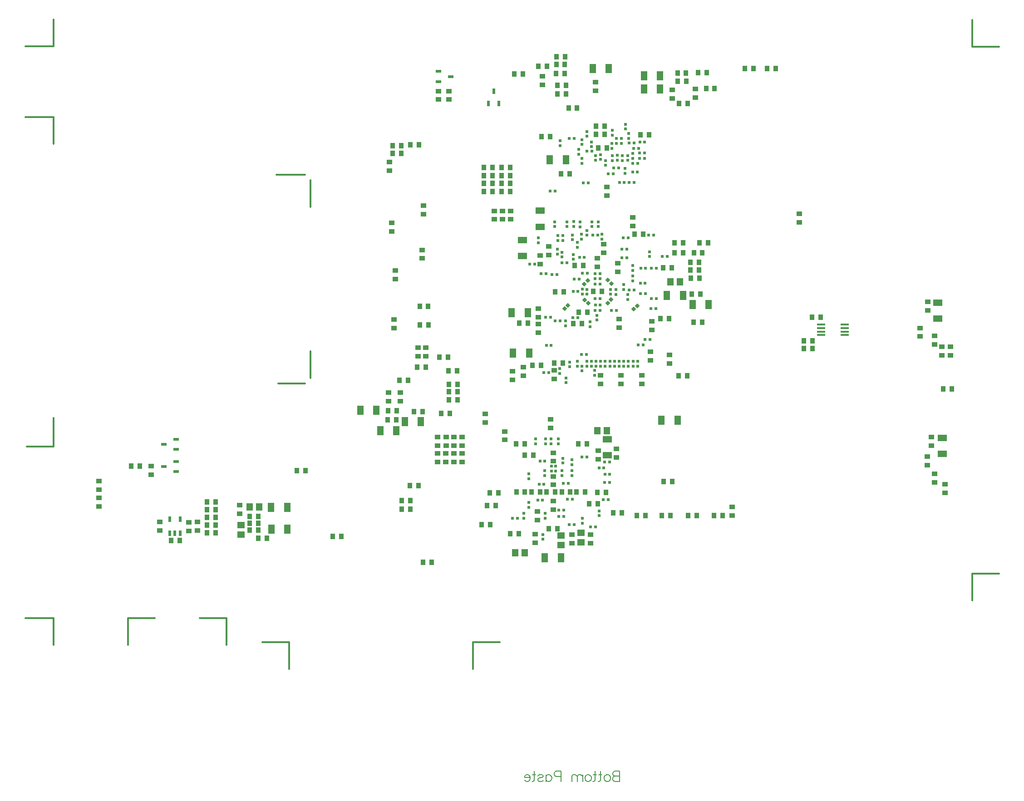
<source format=gbp>
G04*
G04 #@! TF.GenerationSoftware,Altium Limited,Altium Designer,21.6.4 (81)*
G04*
G04 Layer_Color=128*
%FSLAX24Y24*%
%MOIN*%
G70*
G04*
G04 #@! TF.SameCoordinates,42A8AC4E-8479-4C90-829A-3F1442475C95*
G04*
G04*
G04 #@! TF.FilePolarity,Positive*
G04*
G01*
G75*
%ADD18C,0.0070*%
%ADD53C,0.0120*%
%ADD55R,0.0394X0.0354*%
%ADD56R,0.0354X0.0394*%
%ADD57R,0.0394X0.0374*%
%ADD58R,0.0374X0.0394*%
%ADD59R,0.0571X0.0453*%
%ADD63R,0.0244X0.0244*%
%ADD64R,0.0709X0.0453*%
%ADD65R,0.0453X0.0709*%
%ADD66R,0.0244X0.0244*%
%ADD67R,0.0236X0.0236*%
%ADD68R,0.0236X0.0236*%
%ADD69R,0.0591X0.0177*%
%ADD77R,0.0453X0.0571*%
%ADD105R,0.0394X0.0236*%
%ADD140P,0.0345X4X90.0*%
%ADD142P,0.0345X4X180.0*%
%ADD143R,0.0236X0.0413*%
%ADD144R,0.0236X0.0433*%
D18*
X72000Y23750D02*
Y23000D01*
Y23750D02*
X71679D01*
X71571Y23714D01*
X71536Y23678D01*
X71500Y23607D01*
Y23535D01*
X71536Y23464D01*
X71571Y23428D01*
X71679Y23393D01*
X72000D02*
X71679D01*
X71571Y23357D01*
X71536Y23321D01*
X71500Y23250D01*
Y23143D01*
X71536Y23071D01*
X71571Y23035D01*
X71679Y23000D01*
X72000D01*
X71154Y23500D02*
X71225Y23464D01*
X71297Y23393D01*
X71332Y23285D01*
Y23214D01*
X71297Y23107D01*
X71225Y23035D01*
X71154Y23000D01*
X71047D01*
X70975Y23035D01*
X70904Y23107D01*
X70868Y23214D01*
Y23285D01*
X70904Y23393D01*
X70975Y23464D01*
X71047Y23500D01*
X71154D01*
X70597Y23750D02*
Y23143D01*
X70561Y23035D01*
X70490Y23000D01*
X70418D01*
X70704Y23500D02*
X70454D01*
X70204Y23750D02*
Y23143D01*
X70168Y23035D01*
X70097Y23000D01*
X70025D01*
X70311Y23500D02*
X70061D01*
X69740D02*
X69811Y23464D01*
X69883Y23393D01*
X69918Y23285D01*
Y23214D01*
X69883Y23107D01*
X69811Y23035D01*
X69740Y23000D01*
X69633D01*
X69561Y23035D01*
X69490Y23107D01*
X69454Y23214D01*
Y23285D01*
X69490Y23393D01*
X69561Y23464D01*
X69633Y23500D01*
X69740D01*
X69290D02*
Y23000D01*
Y23357D02*
X69183Y23464D01*
X69111Y23500D01*
X69004D01*
X68933Y23464D01*
X68897Y23357D01*
Y23000D01*
Y23357D02*
X68790Y23464D01*
X68718Y23500D01*
X68611D01*
X68540Y23464D01*
X68504Y23357D01*
Y23000D01*
X67679Y23357D02*
X67358D01*
X67251Y23393D01*
X67215Y23428D01*
X67180Y23500D01*
Y23607D01*
X67215Y23678D01*
X67251Y23714D01*
X67358Y23750D01*
X67679D01*
Y23000D01*
X66583Y23500D02*
Y23000D01*
Y23393D02*
X66655Y23464D01*
X66726Y23500D01*
X66833D01*
X66905Y23464D01*
X66976Y23393D01*
X67012Y23285D01*
Y23214D01*
X66976Y23107D01*
X66905Y23035D01*
X66833Y23000D01*
X66726D01*
X66655Y23035D01*
X66583Y23107D01*
X65991Y23393D02*
X66026Y23464D01*
X66133Y23500D01*
X66240D01*
X66348Y23464D01*
X66383Y23393D01*
X66348Y23321D01*
X66276Y23285D01*
X66098Y23250D01*
X66026Y23214D01*
X65991Y23143D01*
Y23107D01*
X66026Y23035D01*
X66133Y23000D01*
X66240D01*
X66348Y23035D01*
X66383Y23107D01*
X65726Y23750D02*
Y23143D01*
X65691Y23035D01*
X65619Y23000D01*
X65548D01*
X65833Y23500D02*
X65583D01*
X65441Y23285D02*
X65012D01*
Y23357D01*
X65048Y23428D01*
X65084Y23464D01*
X65155Y23500D01*
X65262D01*
X65333Y23464D01*
X65405Y23393D01*
X65441Y23285D01*
Y23214D01*
X65405Y23107D01*
X65333Y23035D01*
X65262Y23000D01*
X65155D01*
X65084Y23035D01*
X65012Y23107D01*
X72000Y23750D02*
Y23000D01*
Y23750D02*
X71679D01*
X71572Y23714D01*
X71536Y23678D01*
X71500Y23607D01*
Y23536D01*
X71536Y23464D01*
X71572Y23428D01*
X71679Y23393D01*
X72000D02*
X71679D01*
X71572Y23357D01*
X71536Y23321D01*
X71500Y23250D01*
Y23143D01*
X71536Y23071D01*
X71572Y23036D01*
X71679Y23000D01*
X72000D01*
X71154Y23500D02*
X71225Y23464D01*
X71297Y23393D01*
X71332Y23286D01*
Y23214D01*
X71297Y23107D01*
X71225Y23036D01*
X71154Y23000D01*
X71047D01*
X70975Y23036D01*
X70904Y23107D01*
X70868Y23214D01*
Y23286D01*
X70904Y23393D01*
X70975Y23464D01*
X71047Y23500D01*
X71154D01*
X70597Y23750D02*
Y23143D01*
X70561Y23036D01*
X70490Y23000D01*
X70418D01*
X70704Y23500D02*
X70454D01*
X70204Y23750D02*
Y23143D01*
X70168Y23036D01*
X70097Y23000D01*
X70025D01*
X70311Y23500D02*
X70061D01*
X69740D02*
X69811Y23464D01*
X69883Y23393D01*
X69918Y23286D01*
Y23214D01*
X69883Y23107D01*
X69811Y23036D01*
X69740Y23000D01*
X69633D01*
X69561Y23036D01*
X69490Y23107D01*
X69454Y23214D01*
Y23286D01*
X69490Y23393D01*
X69561Y23464D01*
X69633Y23500D01*
X69740D01*
X69290D02*
Y23000D01*
Y23357D02*
X69183Y23464D01*
X69111Y23500D01*
X69004D01*
X68933Y23464D01*
X68897Y23357D01*
Y23000D01*
Y23357D02*
X68790Y23464D01*
X68719Y23500D01*
X68611D01*
X68540Y23464D01*
X68504Y23357D01*
Y23000D01*
X67680Y23357D02*
X67358D01*
X67251Y23393D01*
X67215Y23428D01*
X67180Y23500D01*
Y23607D01*
X67215Y23678D01*
X67251Y23714D01*
X67358Y23750D01*
X67680D01*
Y23000D01*
X66583Y23500D02*
Y23000D01*
Y23393D02*
X66655Y23464D01*
X66726Y23500D01*
X66833D01*
X66905Y23464D01*
X66976Y23393D01*
X67012Y23286D01*
Y23214D01*
X66976Y23107D01*
X66905Y23036D01*
X66833Y23000D01*
X66726D01*
X66655Y23036D01*
X66583Y23107D01*
X65991Y23393D02*
X66026Y23464D01*
X66133Y23500D01*
X66241D01*
X66348Y23464D01*
X66383Y23393D01*
X66348Y23321D01*
X66276Y23286D01*
X66098Y23250D01*
X66026Y23214D01*
X65991Y23143D01*
Y23107D01*
X66026Y23036D01*
X66133Y23000D01*
X66241D01*
X66348Y23036D01*
X66383Y23107D01*
X65726Y23750D02*
Y23143D01*
X65691Y23036D01*
X65619Y23000D01*
X65548D01*
X65833Y23500D02*
X65584D01*
X65441Y23286D02*
X65012D01*
Y23357D01*
X65048Y23428D01*
X65084Y23464D01*
X65155Y23500D01*
X65262D01*
X65334Y23464D01*
X65405Y23393D01*
X65441Y23286D01*
Y23214D01*
X65405Y23107D01*
X65334Y23036D01*
X65262Y23000D01*
X65155D01*
X65084Y23036D01*
X65012Y23107D01*
D53*
X46929Y52244D02*
X48898D01*
X49291Y52638D02*
Y54606D01*
Y65197D02*
Y67165D01*
X46811Y67559D02*
X48898D01*
X30433Y69823D02*
Y71791D01*
X28346D02*
X30433D01*
X28465Y47598D02*
X30433D01*
Y49685D01*
X35905Y35000D02*
X37874D01*
X35905Y33031D02*
Y35000D01*
X97884Y36284D02*
Y38253D01*
X61220Y33229D02*
X63189D01*
X61220Y31260D02*
Y33229D01*
X47716Y31260D02*
Y33228D01*
X28346Y76988D02*
X30433D01*
Y78956D01*
X97898Y76954D02*
Y78923D01*
Y76954D02*
X99866D01*
X43130Y33031D02*
Y35000D01*
X41161D02*
X43130D01*
X45748Y33228D02*
X47716D01*
X97884Y38253D02*
X99852D01*
X28346Y35000D02*
X30433D01*
Y33031D02*
Y35000D01*
D55*
X33750Y43815D02*
D03*
Y43185D02*
D03*
X37600Y46165D02*
D03*
Y45535D02*
D03*
X59473Y73713D02*
D03*
Y73083D02*
D03*
X40349Y41413D02*
D03*
Y42043D02*
D03*
X58643Y47653D02*
D03*
Y48283D02*
D03*
X59843Y47653D02*
D03*
Y48283D02*
D03*
X59243Y47103D02*
D03*
Y46473D02*
D03*
X60433Y47103D02*
D03*
Y46473D02*
D03*
X66924Y49584D02*
D03*
Y48954D02*
D03*
X70213Y73723D02*
D03*
Y74353D02*
D03*
X70829Y62459D02*
D03*
Y61829D02*
D03*
X71063Y66043D02*
D03*
Y66673D02*
D03*
X69876Y40511D02*
D03*
Y41141D02*
D03*
X70376Y60795D02*
D03*
Y61425D02*
D03*
X33750Y44435D02*
D03*
Y45065D02*
D03*
X94613Y58233D02*
D03*
Y57603D02*
D03*
X96280Y54931D02*
D03*
Y54301D02*
D03*
X95900Y44820D02*
D03*
Y44190D02*
D03*
X94903Y48283D02*
D03*
Y47653D02*
D03*
X63573Y48713D02*
D03*
Y48083D02*
D03*
X59843Y47093D02*
D03*
Y46463D02*
D03*
X60443Y47653D02*
D03*
Y48283D02*
D03*
X59253Y47653D02*
D03*
Y48283D02*
D03*
X58643Y46453D02*
D03*
Y47083D02*
D03*
X63403Y64913D02*
D03*
Y64283D02*
D03*
X63993Y64913D02*
D03*
Y64283D02*
D03*
X62793D02*
D03*
Y64913D02*
D03*
X40979Y42053D02*
D03*
Y41423D02*
D03*
X38239Y42063D02*
D03*
Y41433D02*
D03*
X85200Y64693D02*
D03*
Y64063D02*
D03*
X80273Y42523D02*
D03*
Y43153D02*
D03*
X58683Y73713D02*
D03*
Y73083D02*
D03*
X95659Y54931D02*
D03*
Y54301D02*
D03*
D56*
X86148Y54790D02*
D03*
X85518D02*
D03*
X76658Y61828D02*
D03*
X76028D02*
D03*
X48918Y45818D02*
D03*
X48288D02*
D03*
X62038Y68098D02*
D03*
X62668D02*
D03*
X62038Y66918D02*
D03*
X62668D02*
D03*
X62038Y67508D02*
D03*
X62668D02*
D03*
X62038Y66328D02*
D03*
X62668D02*
D03*
X63318D02*
D03*
X63948D02*
D03*
X63318Y67508D02*
D03*
X63948D02*
D03*
X63318Y66918D02*
D03*
X63948D02*
D03*
X63318Y68098D02*
D03*
X63948D02*
D03*
X62498Y41868D02*
D03*
X61868D02*
D03*
X75228Y45038D02*
D03*
X75858D02*
D03*
X96388Y51828D02*
D03*
X95758D02*
D03*
X70425Y69526D02*
D03*
X71055D02*
D03*
X64628Y56658D02*
D03*
X65258D02*
D03*
X70258Y71118D02*
D03*
X70888D02*
D03*
X67428Y74138D02*
D03*
X68058D02*
D03*
X67978Y75648D02*
D03*
X67348D02*
D03*
X76038Y62558D02*
D03*
X76668D02*
D03*
X59435Y53150D02*
D03*
X60065D02*
D03*
X56635Y69750D02*
D03*
X57265D02*
D03*
X58773Y54172D02*
D03*
X59403D02*
D03*
X50935Y41008D02*
D03*
X51565D02*
D03*
X58199Y39094D02*
D03*
X57569D02*
D03*
X41706Y43543D02*
D03*
X42336D02*
D03*
X41706Y42977D02*
D03*
X42336D02*
D03*
X41706Y42411D02*
D03*
X42336D02*
D03*
X41706Y41845D02*
D03*
X42336D02*
D03*
X41704Y41278D02*
D03*
X42334D02*
D03*
X55328Y69708D02*
D03*
X55958D02*
D03*
X55328Y69133D02*
D03*
X55958D02*
D03*
X69313Y60913D02*
D03*
X68683D02*
D03*
X64258Y74968D02*
D03*
X64888D02*
D03*
X36765Y46150D02*
D03*
X36135D02*
D03*
X82818Y75358D02*
D03*
X83448D02*
D03*
X63088Y44188D02*
D03*
X62458D02*
D03*
X78488Y62548D02*
D03*
X77858D02*
D03*
X62898Y43258D02*
D03*
X62268D02*
D03*
X55998Y42988D02*
D03*
X56628D02*
D03*
X55998Y43618D02*
D03*
X56628D02*
D03*
X85518Y55370D02*
D03*
X86148D02*
D03*
X71518Y42718D02*
D03*
X72148D02*
D03*
X79558Y42528D02*
D03*
X78928D02*
D03*
X77658D02*
D03*
X77028D02*
D03*
X75728Y42518D02*
D03*
X75098D02*
D03*
X73908Y42528D02*
D03*
X73278D02*
D03*
X76949Y52805D02*
D03*
X76319D02*
D03*
D57*
X55533Y60523D02*
D03*
Y59893D02*
D03*
X57579Y64658D02*
D03*
Y65288D02*
D03*
X55098Y67874D02*
D03*
Y68504D02*
D03*
X55423Y56299D02*
D03*
Y56929D02*
D03*
X57486Y61415D02*
D03*
Y62045D02*
D03*
X55256Y63406D02*
D03*
Y64035D02*
D03*
X75853Y73793D02*
D03*
Y73163D02*
D03*
X75663Y53703D02*
D03*
Y54333D02*
D03*
X55893Y51573D02*
D03*
Y50943D02*
D03*
X55023Y51553D02*
D03*
Y50923D02*
D03*
X77573Y73223D02*
D03*
Y73853D02*
D03*
X74260Y54555D02*
D03*
Y53925D02*
D03*
X66793Y62293D02*
D03*
Y61663D02*
D03*
X66333Y74163D02*
D03*
Y74793D02*
D03*
X64123Y52503D02*
D03*
Y53133D02*
D03*
X67130Y42975D02*
D03*
Y43605D02*
D03*
X67125Y45413D02*
D03*
Y44783D02*
D03*
X65953Y42195D02*
D03*
Y42824D02*
D03*
X44088Y43287D02*
D03*
Y42657D02*
D03*
X94583Y46873D02*
D03*
Y46243D02*
D03*
X66033Y55973D02*
D03*
Y56603D02*
D03*
X71872Y60431D02*
D03*
Y61061D02*
D03*
X64933Y53443D02*
D03*
Y52813D02*
D03*
X66033Y57743D02*
D03*
Y57113D02*
D03*
X66145Y61010D02*
D03*
Y61640D02*
D03*
X71960Y56957D02*
D03*
Y56327D02*
D03*
X71763Y46803D02*
D03*
Y47433D02*
D03*
X72111Y52842D02*
D03*
Y52212D02*
D03*
X73617D02*
D03*
Y52842D02*
D03*
X70595D02*
D03*
Y52212D02*
D03*
X67190Y53206D02*
D03*
Y52576D02*
D03*
X72964Y63807D02*
D03*
Y64437D02*
D03*
X65803Y41153D02*
D03*
Y40523D02*
D03*
X68498Y41141D02*
D03*
Y40511D02*
D03*
X70432Y47303D02*
D03*
Y46673D02*
D03*
X67120Y47145D02*
D03*
Y46515D02*
D03*
X57200Y54865D02*
D03*
Y54235D02*
D03*
X57750D02*
D03*
Y54865D02*
D03*
X94073Y56313D02*
D03*
Y55683D02*
D03*
X62113Y50003D02*
D03*
Y49373D02*
D03*
X74353Y56793D02*
D03*
Y56163D02*
D03*
X95113Y55733D02*
D03*
Y55103D02*
D03*
X95143Y44953D02*
D03*
Y45583D02*
D03*
D58*
X57964Y56531D02*
D03*
X57334D02*
D03*
X81838Y75358D02*
D03*
X81208D02*
D03*
X67318Y75008D02*
D03*
X67948D02*
D03*
X67418Y73488D02*
D03*
X68048D02*
D03*
X76248Y75018D02*
D03*
X76878D02*
D03*
X57228Y44718D02*
D03*
X56598D02*
D03*
X66255Y70352D02*
D03*
X66884D02*
D03*
X77448Y61838D02*
D03*
X78078D02*
D03*
X56883Y50157D02*
D03*
X57513D02*
D03*
X77858Y59978D02*
D03*
X77228D02*
D03*
X57120Y53424D02*
D03*
X57750D02*
D03*
X60085Y52170D02*
D03*
X59455D02*
D03*
X55835Y52450D02*
D03*
X56465D02*
D03*
X66668Y75518D02*
D03*
X66038D02*
D03*
X76998Y72788D02*
D03*
X76368D02*
D03*
X75638Y57008D02*
D03*
X75008D02*
D03*
X75209Y60746D02*
D03*
X75838D02*
D03*
X70262Y70531D02*
D03*
X70892D02*
D03*
X73516Y70490D02*
D03*
X74146D02*
D03*
X73725Y63200D02*
D03*
X73095D02*
D03*
X67700Y67644D02*
D03*
X68330D02*
D03*
X65028Y47805D02*
D03*
X64398D02*
D03*
X68955D02*
D03*
X69585D02*
D03*
X65658Y46958D02*
D03*
X65028D02*
D03*
X66785Y41560D02*
D03*
X67415D02*
D03*
X68827Y44271D02*
D03*
X69457D02*
D03*
X77938Y58808D02*
D03*
X77308D02*
D03*
X60085Y51020D02*
D03*
X59455D02*
D03*
X54988Y50238D02*
D03*
X55618D02*
D03*
X69237Y56641D02*
D03*
X68607D02*
D03*
X46087Y40874D02*
D03*
X45457D02*
D03*
X44836Y41968D02*
D03*
X45466D02*
D03*
Y41476D02*
D03*
X44836D02*
D03*
Y42460D02*
D03*
X45466D02*
D03*
X68248Y72478D02*
D03*
X68878D02*
D03*
X67368Y76238D02*
D03*
X67998D02*
D03*
X67256Y58965D02*
D03*
X67886D02*
D03*
X78048Y56728D02*
D03*
X77418D02*
D03*
X39704Y40698D02*
D03*
X39074D02*
D03*
X77836Y60580D02*
D03*
X77206D02*
D03*
X69631Y57448D02*
D03*
X69001D02*
D03*
X70071Y58984D02*
D03*
X70701D02*
D03*
X77836Y61142D02*
D03*
X77206D02*
D03*
X67829Y53718D02*
D03*
X67199D02*
D03*
X66235Y53551D02*
D03*
X65605D02*
D03*
X70979Y44240D02*
D03*
X70349D02*
D03*
X65526Y44259D02*
D03*
X66156D02*
D03*
X64585Y41200D02*
D03*
X63955D02*
D03*
X69759Y43393D02*
D03*
X70388D02*
D03*
X65044Y44250D02*
D03*
X64414D02*
D03*
X67272Y44271D02*
D03*
X66642D02*
D03*
X68375Y44252D02*
D03*
X67745D02*
D03*
X76268Y74418D02*
D03*
X76898D02*
D03*
X59455Y51620D02*
D03*
X60085D02*
D03*
X55608Y49568D02*
D03*
X54978D02*
D03*
X58885Y50020D02*
D03*
X59515D02*
D03*
X78348Y73888D02*
D03*
X78978D02*
D03*
X86132Y57087D02*
D03*
X86762D02*
D03*
X78388Y75078D02*
D03*
X77758D02*
D03*
X57943Y57894D02*
D03*
X57313D02*
D03*
D59*
X69167Y40550D02*
D03*
Y41259D02*
D03*
X44187Y41830D02*
D03*
Y41121D02*
D03*
X67711Y40352D02*
D03*
Y41061D02*
D03*
D63*
X75143Y61570D02*
D03*
X75497D02*
D03*
X70025Y63138D02*
D03*
X70380D02*
D03*
X69687Y66967D02*
D03*
X69333D02*
D03*
X73870Y59585D02*
D03*
X73516D02*
D03*
X73909Y60697D02*
D03*
X73555D02*
D03*
X74333Y60707D02*
D03*
X74687D02*
D03*
X74680Y58458D02*
D03*
X74326D02*
D03*
X73897Y58830D02*
D03*
X73543D02*
D03*
X74480Y63138D02*
D03*
X74126D02*
D03*
X73330Y68408D02*
D03*
X72976D02*
D03*
X73057Y67000D02*
D03*
X72703D02*
D03*
X71519Y67644D02*
D03*
X71164D02*
D03*
X68306Y70238D02*
D03*
X68660D02*
D03*
X72337Y67000D02*
D03*
X71983D02*
D03*
X73827Y68760D02*
D03*
X73473D02*
D03*
X73840Y69949D02*
D03*
X73486D02*
D03*
X69047Y61484D02*
D03*
X69401D02*
D03*
X72617Y62930D02*
D03*
X72263D02*
D03*
X72512Y62085D02*
D03*
X72157D02*
D03*
X68577Y57055D02*
D03*
X68932D02*
D03*
X73369Y55056D02*
D03*
X73723D02*
D03*
X67524Y42940D02*
D03*
X67879D02*
D03*
X70225Y41712D02*
D03*
X69871D02*
D03*
X66507Y46520D02*
D03*
X66153D02*
D03*
X68532Y43740D02*
D03*
X68178D02*
D03*
X66337Y43661D02*
D03*
X65983D02*
D03*
X67888Y42448D02*
D03*
X67534D02*
D03*
X66616Y55038D02*
D03*
X66970D02*
D03*
X64142Y42342D02*
D03*
X64497D02*
D03*
X67873Y44901D02*
D03*
X68227D02*
D03*
X74660Y57728D02*
D03*
X74306D02*
D03*
X67263Y66374D02*
D03*
X66909D02*
D03*
X72167Y61465D02*
D03*
X72522D02*
D03*
X67267Y56827D02*
D03*
X67621D02*
D03*
X65762Y60982D02*
D03*
X65408D02*
D03*
X67034Y60215D02*
D03*
X67389D02*
D03*
X70206Y58448D02*
D03*
X70560D02*
D03*
X70573Y58010D02*
D03*
X70218D02*
D03*
X70563Y59516D02*
D03*
X70209D02*
D03*
Y60313D02*
D03*
X70563D02*
D03*
X69273Y60320D02*
D03*
X69627D02*
D03*
X70563Y57606D02*
D03*
X70209D02*
D03*
X70563Y59929D02*
D03*
X70209D02*
D03*
X68583Y58990D02*
D03*
X68937D02*
D03*
X69027Y59890D02*
D03*
X68673D02*
D03*
X71409Y57587D02*
D03*
X71764D02*
D03*
X68117Y61110D02*
D03*
X67763D02*
D03*
X73066Y59113D02*
D03*
X72711D02*
D03*
X68292Y41868D02*
D03*
X68646D02*
D03*
X69585Y46840D02*
D03*
X69231D02*
D03*
X66436Y44842D02*
D03*
X66081D02*
D03*
X74217Y55480D02*
D03*
X73863D02*
D03*
X66226Y60288D02*
D03*
X66580D02*
D03*
X70481Y46023D02*
D03*
X70835D02*
D03*
X66930Y57088D02*
D03*
X66576D02*
D03*
D64*
X95683Y47047D02*
D03*
Y48229D02*
D03*
X66164Y64928D02*
D03*
Y63746D02*
D03*
X71100Y48141D02*
D03*
Y46959D02*
D03*
X64863Y61587D02*
D03*
Y62769D02*
D03*
X95373Y56997D02*
D03*
Y58179D02*
D03*
D65*
X64178Y54476D02*
D03*
X65359D02*
D03*
X66499Y39430D02*
D03*
X67681D02*
D03*
X68048Y68659D02*
D03*
X66867D02*
D03*
X56212Y49438D02*
D03*
X57394D02*
D03*
X54422Y48778D02*
D03*
X55604D02*
D03*
X75466Y58708D02*
D03*
X76647D02*
D03*
X74964Y74828D02*
D03*
X73782D02*
D03*
X71194Y75358D02*
D03*
X70012D02*
D03*
X73779Y73874D02*
D03*
X74960D02*
D03*
X64068Y57418D02*
D03*
X65249D02*
D03*
X77352Y58038D02*
D03*
X78534D02*
D03*
X46428Y41528D02*
D03*
X47609D02*
D03*
X46398Y43118D02*
D03*
X47579D02*
D03*
X75072Y49528D02*
D03*
X76254D02*
D03*
X54134Y50248D02*
D03*
X52952D02*
D03*
D66*
X71449Y70480D02*
D03*
Y70835D02*
D03*
X72974Y60539D02*
D03*
Y60894D02*
D03*
X69930Y69977D02*
D03*
Y69623D02*
D03*
X72430Y71277D02*
D03*
Y70923D02*
D03*
X69234Y69782D02*
D03*
Y70136D02*
D03*
X67620Y70057D02*
D03*
Y69703D02*
D03*
X69611Y70746D02*
D03*
Y70391D02*
D03*
X68895Y62246D02*
D03*
Y62601D02*
D03*
X69820Y56767D02*
D03*
Y56413D02*
D03*
X68020Y56827D02*
D03*
Y56473D02*
D03*
X65343Y45600D02*
D03*
Y45246D02*
D03*
Y43484D02*
D03*
Y43130D02*
D03*
X70501Y42519D02*
D03*
Y42874D02*
D03*
X68493Y45826D02*
D03*
Y45472D02*
D03*
Y46260D02*
D03*
Y46614D02*
D03*
X67302Y46161D02*
D03*
Y45807D02*
D03*
X67833Y46387D02*
D03*
Y46742D02*
D03*
X69261Y41968D02*
D03*
Y42323D02*
D03*
X64950Y42687D02*
D03*
Y42332D02*
D03*
X66505Y45826D02*
D03*
Y45472D02*
D03*
X66524Y42332D02*
D03*
Y42687D02*
D03*
X68998Y69417D02*
D03*
Y69063D02*
D03*
X67420Y62097D02*
D03*
Y61743D02*
D03*
X74195Y61553D02*
D03*
Y61908D02*
D03*
X66017Y62921D02*
D03*
Y62567D02*
D03*
X72290Y59143D02*
D03*
Y59497D02*
D03*
X69250Y58793D02*
D03*
Y59147D02*
D03*
X71714Y59132D02*
D03*
Y58778D02*
D03*
X71321Y59142D02*
D03*
Y58787D02*
D03*
X69608D02*
D03*
Y59142D02*
D03*
X70336Y56888D02*
D03*
Y57242D02*
D03*
X72610Y58393D02*
D03*
Y58747D02*
D03*
X68604Y61711D02*
D03*
Y61356D02*
D03*
X67770Y61877D02*
D03*
Y61523D02*
D03*
X66353Y40791D02*
D03*
Y41145D02*
D03*
X66980Y46157D02*
D03*
Y45803D02*
D03*
X67760Y45470D02*
D03*
Y45824D02*
D03*
D67*
X66953Y47793D02*
D03*
Y48147D02*
D03*
X66570Y47793D02*
D03*
Y48147D02*
D03*
X72301Y53856D02*
D03*
Y53502D02*
D03*
X73320Y53857D02*
D03*
Y53503D02*
D03*
X71961Y53856D02*
D03*
Y53502D02*
D03*
X72640Y53856D02*
D03*
Y53502D02*
D03*
X71621Y53856D02*
D03*
Y53502D02*
D03*
X70941Y53856D02*
D03*
Y53502D02*
D03*
X72980Y53856D02*
D03*
Y53502D02*
D03*
X70601Y53856D02*
D03*
Y53502D02*
D03*
X71281Y53856D02*
D03*
Y53502D02*
D03*
X69582Y53856D02*
D03*
Y53502D02*
D03*
X70152Y52842D02*
D03*
Y53196D02*
D03*
X70262Y53856D02*
D03*
Y53502D02*
D03*
X69922Y53856D02*
D03*
Y53502D02*
D03*
X71823Y68631D02*
D03*
Y68985D02*
D03*
X70223Y68621D02*
D03*
Y68975D02*
D03*
X70603Y68681D02*
D03*
Y69035D02*
D03*
X72382Y67665D02*
D03*
Y68020D02*
D03*
X69207Y62843D02*
D03*
Y63197D02*
D03*
X68142Y63748D02*
D03*
Y64102D02*
D03*
X71760Y69873D02*
D03*
Y70227D02*
D03*
X71453Y68601D02*
D03*
Y68955D02*
D03*
X70949Y68256D02*
D03*
Y68610D02*
D03*
X72963Y69125D02*
D03*
Y68771D02*
D03*
X71433Y69501D02*
D03*
Y69855D02*
D03*
X72659Y70244D02*
D03*
Y70599D02*
D03*
X72118Y69867D02*
D03*
Y70222D02*
D03*
X72583Y68621D02*
D03*
Y68975D02*
D03*
X72203Y68601D02*
D03*
Y68955D02*
D03*
X69244Y68413D02*
D03*
Y68768D02*
D03*
X67453Y62744D02*
D03*
Y63099D02*
D03*
X67827Y62744D02*
D03*
Y63099D02*
D03*
X69953Y63748D02*
D03*
Y64102D02*
D03*
X70710Y62843D02*
D03*
Y63197D02*
D03*
X69080Y63743D02*
D03*
Y64097D02*
D03*
X69242Y53147D02*
D03*
Y53502D02*
D03*
X67495Y47793D02*
D03*
Y48147D02*
D03*
X65831Y47793D02*
D03*
Y48147D02*
D03*
X69598Y63118D02*
D03*
Y63473D02*
D03*
X67236Y63748D02*
D03*
Y64102D02*
D03*
X68614Y63768D02*
D03*
Y64122D02*
D03*
X70425Y63748D02*
D03*
Y64102D02*
D03*
X68533Y62786D02*
D03*
Y63140D02*
D03*
X68340Y53453D02*
D03*
Y53807D02*
D03*
X68902Y53511D02*
D03*
Y53866D02*
D03*
X67603Y53334D02*
D03*
Y52980D02*
D03*
X68070Y52283D02*
D03*
Y52637D02*
D03*
X72950Y60127D02*
D03*
Y59773D02*
D03*
D68*
X71572Y68060D02*
D03*
X71927D02*
D03*
X72947Y67775D02*
D03*
X73302D02*
D03*
X72709Y69890D02*
D03*
X73063D02*
D03*
X69603Y69290D02*
D03*
X69957D02*
D03*
X73043Y69510D02*
D03*
X73397D02*
D03*
X73463Y69150D02*
D03*
X73817D02*
D03*
X71156Y43689D02*
D03*
X70802D02*
D03*
X71264Y44958D02*
D03*
X70910D02*
D03*
X71274Y45549D02*
D03*
X70920D02*
D03*
X71255Y46454D02*
D03*
X70900D02*
D03*
X69197Y54358D02*
D03*
X69552D02*
D03*
X66796Y53039D02*
D03*
X66442D02*
D03*
D69*
X88519Y56552D02*
D03*
Y56296D02*
D03*
Y56040D02*
D03*
Y55784D02*
D03*
X86787D02*
D03*
Y56040D02*
D03*
Y56296D02*
D03*
Y56552D02*
D03*
D77*
X65034Y39811D02*
D03*
X64325D02*
D03*
X44817Y43149D02*
D03*
X45525D02*
D03*
X70350Y48750D02*
D03*
X71059D02*
D03*
X75713Y59692D02*
D03*
X76422D02*
D03*
D105*
X38530Y47768D02*
D03*
X39436Y47394D02*
D03*
Y48142D02*
D03*
X39426Y46502D02*
D03*
Y45754D02*
D03*
X38520Y46128D02*
D03*
X58680Y74404D02*
D03*
Y75152D02*
D03*
X59586Y74778D02*
D03*
D140*
X73288Y57943D02*
D03*
X73038Y57693D02*
D03*
X67957Y57727D02*
D03*
X68208Y57978D02*
D03*
X71377Y58381D02*
D03*
X71127Y58131D02*
D03*
X69404Y59538D02*
D03*
X69655Y59789D02*
D03*
D142*
X69684Y58121D02*
D03*
X69434Y58371D02*
D03*
X71136Y59818D02*
D03*
X71387Y59568D02*
D03*
D143*
X62750Y73703D02*
D03*
X62376Y72797D02*
D03*
X63124D02*
D03*
D144*
X39713Y41236D02*
D03*
X39339D02*
D03*
X38965D02*
D03*
Y42260D02*
D03*
X39713D02*
D03*
M02*

</source>
